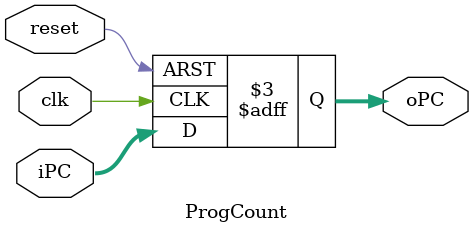
<source format=v>
module ProgCount(clk,reset,iPC,oPC);
input clk;
input reset;
input [31:0]iPC; // iPC is the output of PCUpdate block
output reg[31:0]oPC; // oPC goes to the Instruction Memory block

always@(posedge clk,negedge reset)
	if(reset==0) oPC<=32'h0;
	else oPC<=iPC;

endmodule

</source>
